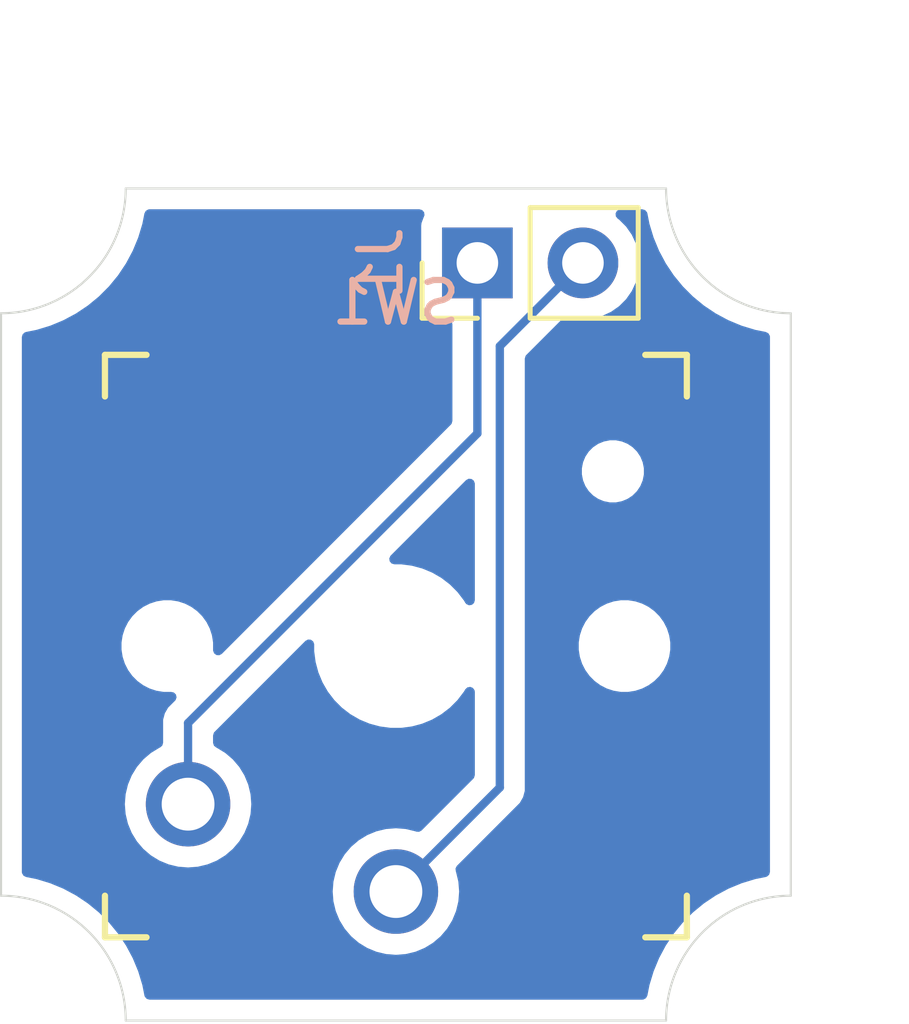
<source format=kicad_pcb>
(kicad_pcb (version 20240108) (generator "pcbnew") (generator_version "8.0")
  (layers (0 "F.Cu" signal) (31 "B.Cu" signal) (34 "B.Paste" user) (35 "F.Paste" user) (36 "B.SilkS" user "B.Silkscreen") (37 "F.SilkS" user "F.Silkscreen") (38 "B.Mask" user) (39 "F.Mask" user) (44 "Edge.Cuts" user))
  (net 0 "")
  (net 1 "Net-(J1-Pin_2)")
  (net 2 "Net-(J1-Pin_1)")
  (footprint "FightPad_Library:SW_PG1350" (layer "F.Cu") (at 84.35 57.71)
    (property "Reference" "SW1" (at 0 -8.255 -0) (layer "B.SilkS") (effects (justify mirror)))
    (property "Value" "SW_SPST")
    (fp_line (start -7 -6) (end -7 -7) (stroke (width 0.15)) (layer "F.SilkS"))
    (fp_line (start -7 7) (end -7 6) (stroke (width 0.15)) (layer "F.SilkS"))
    (fp_line (start -7 7) (end -6 7) (stroke (width 0.15)) (layer "F.SilkS"))
    (fp_line (start -6 -7) (end -7 -7) (stroke (width 0.15)) (layer "F.SilkS"))
    (fp_line (start 6 7) (end 7 7) (stroke (width 0.15)) (layer "F.SilkS"))
    (fp_line (start 7 -7) (end 6 -7) (stroke (width 0.15)) (layer "F.SilkS"))
    (fp_line (start 7 -7) (end 7 -6) (stroke (width 0.15)) (layer "F.SilkS"))
    (fp_line (start 7 6) (end 7 7) (stroke (width 0.15)) (layer "F.SilkS"))
    (pad "" np_thru_hole circle (at -5.5 0) (size 1.7018 1.7018) (drill 1.7018) (layers "*.Cu" "*.Mask"))
    (pad "" np_thru_hole circle (at 0 0) (size 3.429 3.429) (drill 3.429) (layers "*.Cu" "*.Mask"))
    (pad "" np_thru_hole circle (at 5.22 -4.2) (size 0.9906 0.9906) (drill 0.9906) (layers "*.Cu" "*.Mask"))
    (pad "" np_thru_hole circle (at 5.5 0) (size 1.7018 1.7018) (drill 1.7018) (layers "*.Cu" "*.Mask"))
    (pad "1" thru_hole circle (at 0 5.9) (size 2.032 2.032) (drill 1.27) (layers "*.Cu" "*.Mask") (net 1 "Net-(J1-Pin_2)"))
    (pad "2" thru_hole circle (at -5 3.8) (size 2.032 2.032) (drill 1.27) (layers "*.Cu" "*.Mask") (net 2 "Net-(J1-Pin_1)"))
  )
  (footprint "Connector_PinHeader_2.54mm:PinHeader_1x02_P2.54mm_Vertical" (layer "F.Cu") (at 86.31 48.5 90)
    (property "Reference" "J1" (at 0 -2.33 -90) (layer "B.SilkS") (effects (justify mirror)))
    (property "Value" "Conn_01x02_Socket")
    (fp_line (start -1.33 -1.33) (end 0 -1.33) (stroke (width 0.12)) (layer "F.SilkS"))
    (fp_line (start -1.33 0) (end -1.33 -1.33) (stroke (width 0.12)) (layer "F.SilkS"))
    (fp_line (start 1.33 1.27) (end 1.33 3.87) (stroke (width 0.12)) (layer "F.SilkS"))
    (fp_line (start -1.33 1.27) (end 1.33 1.27) (stroke (width 0.12)) (layer "F.SilkS"))
    (fp_line (start -1.33 1.27) (end -1.33 3.87) (stroke (width 0.12)) (layer "F.SilkS"))
    (fp_line (start -1.33 3.87) (end 1.33 3.87) (stroke (width 0.12)) (layer "F.SilkS"))
    (pad "1" thru_hole rect (at 0 0 90) (size 1.7 1.7) (drill 1) (layers "*.Cu" "*.Mask") (net 2 "Net-(J1-Pin_1)"))
    (pad "2" thru_hole oval (at 0 2.54 90) (size 1.7 1.7) (drill 1) (layers "*.Cu" "*.Mask") (net 1 "Net-(J1-Pin_2)"))
  )
  (gr_line (start 74.849999 63.71) (end 74.85 49.71) (stroke (width 0.05)) (layer "Edge.Cuts"))
  (gr_line (start 77.85 46.71) (end 90.85 46.71) (stroke (width 0.05)) (layer "Edge.Cuts"))
  (gr_arc (start 74.849999 63.71) (mid 76.97132 64.58868) (end 77.85 66.710001) (stroke (width 0.05)) (layer "Edge.Cuts"))
  (gr_line (start 77.85 66.710001) (end 90.85 66.71) (stroke (width 0.05)) (layer "Edge.Cuts"))
  (gr_arc (start 93.85 49.71) (mid 91.728679 48.831321) (end 90.85 46.71) (stroke (width 0.05)) (layer "Edge.Cuts"))
  (gr_arc (start 90.85 66.71) (mid 91.72868 64.588679) (end 93.850001 63.71) (stroke (width 0.05)) (layer "Edge.Cuts"))
  (gr_line (start 93.85 49.71) (end 93.850001 63.71) (stroke (width 0.05)) (layer "Edge.Cuts"))
  (gr_arc (start 77.85 46.71) (mid 76.97132 48.83132) (end 74.85 49.71) (stroke (width 0.05)) (layer "Edge.Cuts"))
  (segment (start 84.35 63.61) (end 86.85 61.11) (width 0.2) (layer "B.Cu") (net 1))
  (segment (start 86.85 61.11) (end 86.85 50.5) (width 0.2) (layer "B.Cu") (net 1))
  (segment (start 86.85 50.5) (end 88.85 48.5) (width 0.2) (layer "B.Cu") (net 1))
  (segment (start 79.35 59.559165) (end 79.35 61.51) (width 0.2) (layer "B.Cu") (net 2))
  (segment (start 86.31 52.599165) (end 79.35 59.559165) (width 0.2) (layer "B.Cu") (net 2))
  (segment (start 86.31 48.5) (end 86.31 52.599165) (width 0.2) (layer "B.Cu") (net 2))
  (zone (net 0) (net_name "") (layer "B.Cu") (connect_pads (clearance 0.5)) (min_thickness 0.25) (fill yes (thermal_gap 0.5) (thermal_bridge_width 0.5) (island_removal_mode 1) (island_area_min 10))
    (polygon (pts (xy 93.85 66.71) (xy 93.85 46.71) (xy 74.85 46.71) (xy 74.85 66.71)))
  )
)
</source>
